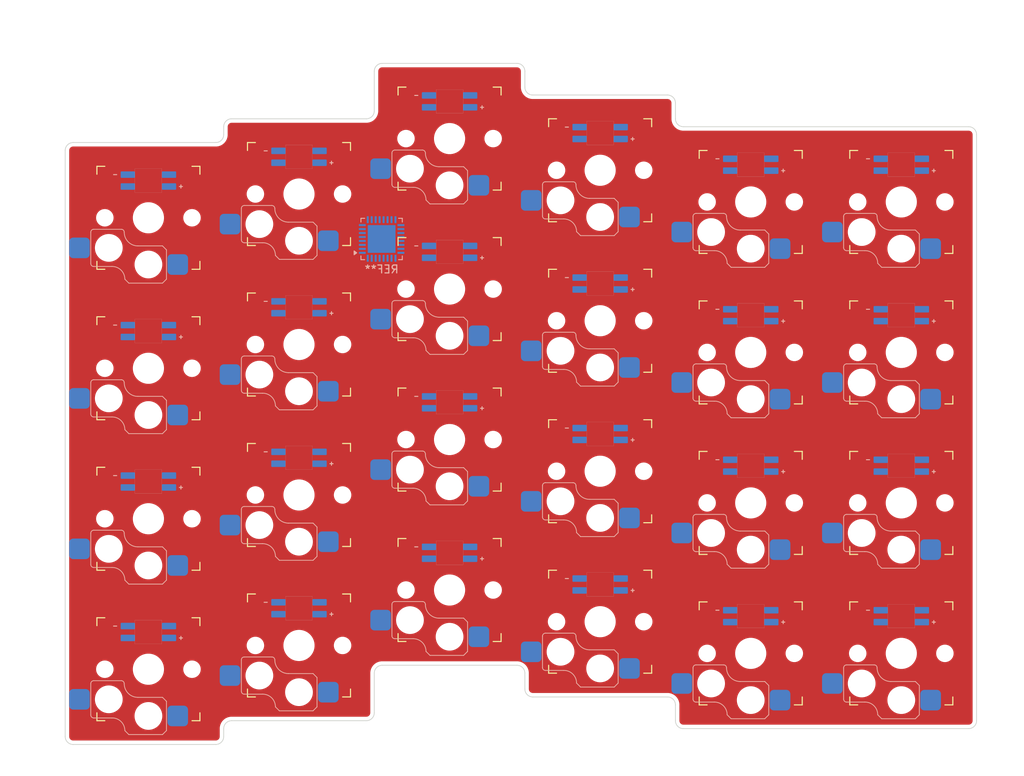
<source format=kicad_pcb>
(kicad_pcb (version 20241229) (generator "pcbnew") (generator_version "9.0")
  (layers (0 "F.Cu" signal) (2 "B.Cu" signal) (13 "F.Paste" user) (15 "B.Paste" user) (5 "F.SilkS" user "F.Silkscreen") (7 "B.SilkS" user "B.Silkscreen") (1 "F.Mask" user) (3 "B.Mask" user) (25 "Edge.Cuts" user))
  (net 0 "")
  (footprint "project_footprints:SW_Kailh_Choc_V1_HotSwap" (layer "F.Cu") (at 161.5 63.5)
    (property "Reference" "REF**" (hide yes))
    (property "Value" "SW_Kailh_Choc_V1_HotSwap" (hide yes))
    (pad "" np_thru_hole circle (at -5.5 0) (size 1.7018 1.7018) (drill 1.7018) (layers "*.Cu" "*.Mask"))
    (pad "" np_thru_hole circle (at -5 3.8) (size 3 3) (drill 3) (layers "*.Cu" "*.Mask"))
    (pad "" np_thru_hole circle (at 0 0) (size 3.429 3.429) (drill 3.429) (layers "*.Cu" "*.Mask"))
    (pad "" np_thru_hole circle (at 0 5.9) (size 3 3) (drill 3) (layers "*.Cu" "*.Mask"))
    (pad "" np_thru_hole circle (at 5.5 0) (size 1.7018 1.7018) (drill 1.7018) (layers "*.Cu" "*.Mask"))
    (pad "1" smd roundrect (at 3.7 5.9) (size 2.6 2.6) (layers "B.Cu" "B.Mask" "B.Paste") (roundrect_rratio 0.2))
    (pad "2" smd roundrect (at -8.7 3.8) (size 2.6 2.6) (layers "B.Cu" "B.Mask" "B.Paste") (roundrect_rratio 0.2))
  )
  (footprint "project_footprints:SW_Kailh_Choc_V1_HotSwap" (layer "F.Cu") (at 123.5 66.5)
    (property "Reference" "REF**" (hide yes))
    (property "Value" "SW_Kailh_Choc_V1_HotSwap" (hide yes))
    (pad "" np_thru_hole circle (at -5.5 0) (size 1.7018 1.7018) (drill 1.7018) (layers "*.Cu" "*.Mask"))
    (pad "" np_thru_hole circle (at -5 3.8) (size 3 3) (drill 3) (layers "*.Cu" "*.Mask"))
    (pad "" np_thru_hole circle (at 0 0) (size 3.429 3.429) (drill 3.429) (layers "*.Cu" "*.Mask"))
    (pad "" np_thru_hole circle (at 0 5.9) (size 3 3) (drill 3) (layers "*.Cu" "*.Mask"))
    (pad "" np_thru_hole circle (at 5.5 0) (size 1.7018 1.7018) (drill 1.7018) (layers "*.Cu" "*.Mask"))
    (pad "1" smd roundrect (at 3.7 5.9) (size 2.6 2.6) (layers "B.Cu" "B.Mask" "B.Paste") (roundrect_rratio 0.2))
    (pad "2" smd roundrect (at -8.7 3.8) (size 2.6 2.6) (layers "B.Cu" "B.Mask" "B.Paste") (roundrect_rratio 0.2))
  )
  (footprint "project_footprints:SW_Kailh_Choc_V1_HotSwap" (layer "F.Cu") (at 142.5 59.5)
    (property "Reference" "REF**" (hide yes))
    (property "Value" "SW_Kailh_Choc_V1_HotSwap" (hide yes))
    (pad "" np_thru_hole circle (at -5.5 0) (size 1.7018 1.7018) (drill 1.7018) (layers "*.Cu" "*.Mask"))
    (pad "" np_thru_hole circle (at -5 3.8) (size 3 3) (drill 3) (layers "*.Cu" "*.Mask"))
    (pad "" np_thru_hole circle (at 0 0) (size 3.429 3.429) (drill 3.429) (layers "*.Cu" "*.Mask"))
    (pad "" np_thru_hole circle (at 0 5.9) (size 3 3) (drill 3) (layers "*.Cu" "*.Mask"))
    (pad "" np_thru_hole circle (at 5.5 0) (size 1.7018 1.7018) (drill 1.7018) (layers "*.Cu" "*.Mask"))
    (pad "1" smd roundrect (at 3.7 5.9) (size 2.6 2.6) (layers "B.Cu" "B.Mask" "B.Paste") (roundrect_rratio 0.2))
    (pad "2" smd roundrect (at -8.7 3.8) (size 2.6 2.6) (layers "B.Cu" "B.Mask" "B.Paste") (roundrect_rratio 0.2))
  )
  (footprint "project_footprints:SW_Kailh_Choc_V1_HotSwap" (layer "F.Cu") (at 104.5 69.5)
    (property "Reference" "REF**" (hide yes))
    (property "Value" "SW_Kailh_Choc_V1_HotSwap" (hide yes))
    (pad "" np_thru_hole circle (at -5.5 0) (size 1.7018 1.7018) (drill 1.7018) (layers "*.Cu" "*.Mask"))
    (pad "" np_thru_hole circle (at -5 3.8) (size 3 3) (drill 3) (layers "*.Cu" "*.Mask"))
    (pad "" np_thru_hole circle (at 0 0) (size 3.429 3.429) (drill 3.429) (layers "*.Cu" "*.Mask"))
    (pad "" np_thru_hole circle (at 0 5.9) (size 3 3) (drill 3) (layers "*.Cu" "*.Mask"))
    (pad "" np_thru_hole circle (at 5.5 0) (size 1.7018 1.7018) (drill 1.7018) (layers "*.Cu" "*.Mask"))
    (pad "1" smd roundrect (at 3.7 5.9) (size 2.6 2.6) (layers "B.Cu" "B.Mask" "B.Paste") (roundrect_rratio 0.2))
    (pad "2" smd roundrect (at -8.7 3.8) (size 2.6 2.6) (layers "B.Cu" "B.Mask" "B.Paste") (roundrect_rratio 0.2))
  )
  (footprint "project_footprints:SW_Kailh_Choc_V1_HotSwap" (layer "F.Cu") (at 161.5 101.5)
    (property "Reference" "REF**" (hide yes))
    (property "Value" "SW_Kailh_Choc_V1_HotSwap" (hide yes))
    (pad "" np_thru_hole circle (at -5.5 0) (size 1.7018 1.7018) (drill 1.7018) (layers "*.Cu" "*.Mask"))
    (pad "" np_thru_hole circle (at -5 3.8) (size 3 3) (drill 3) (layers "*.Cu" "*.Mask"))
    (pad "" np_thru_hole circle (at 0 0) (size 3.429 3.429) (drill 3.429) (layers "*.Cu" "*.Mask"))
    (pad "" np_thru_hole circle (at 0 5.9) (size 3 3) (drill 3) (layers "*.Cu" "*.Mask"))
    (pad "" np_thru_hole circle (at 5.5 0) (size 1.7018 1.7018) (drill 1.7018) (layers "*.Cu" "*.Mask"))
    (pad "1" smd roundrect (at 3.7 5.9) (size 2.6 2.6) (layers "B.Cu" "B.Mask" "B.Paste") (roundrect_rratio 0.2))
    (pad "2" smd roundrect (at -8.7 3.8) (size 2.6 2.6) (layers "B.Cu" "B.Mask" "B.Paste") (roundrect_rratio 0.2))
  )
  (footprint "project_footprints:SW_Kailh_Choc_V1_HotSwap" (layer "F.Cu") (at 104.5 126.5)
    (property "Reference" "REF**" (hide yes))
    (property "Value" "SW_Kailh_Choc_V1_HotSwap" (hide yes))
    (pad "" np_thru_hole circle (at -5.5 0) (size 1.7018 1.7018) (drill 1.7018) (layers "*.Cu" "*.Mask"))
    (pad "" np_thru_hole circle (at -5 3.8) (size 3 3) (drill 3) (layers "*.Cu" "*.Mask"))
    (pad "" np_thru_hole circle (at 0 0) (size 3.429 3.429) (drill 3.429) (layers "*.Cu" "*.Mask"))
    (pad "" np_thru_hole circle (at 0 5.9) (size 3 3) (drill 3) (layers "*.Cu" "*.Mask"))
    (pad "" np_thru_hole circle (at 5.5 0) (size 1.7018 1.7018) (drill 1.7018) (layers "*.Cu" "*.Mask"))
    (pad "1" smd roundrect (at 3.7 5.9) (size 2.6 2.6) (layers "B.Cu" "B.Mask" "B.Paste") (roundrect_rratio 0.2))
    (pad "2" smd roundrect (at -8.7 3.8) (size 2.6 2.6) (layers "B.Cu" "B.Mask" "B.Paste") (roundrect_rratio 0.2))
  )
  (footprint "project_footprints:SW_Kailh_Choc_V1_HotSwap" (layer "F.Cu") (at 104.5 88.5)
    (property "Reference" "REF**" (hide yes))
    (property "Value" "SW_Kailh_Choc_V1_HotSwap" (hide yes))
    (pad "" np_thru_hole circle (at -5.5 0) (size 1.7018 1.7018) (drill 1.7018) (layers "*.Cu" "*.Mask"))
    (pad "" np_thru_hole circle (at -5 3.8) (size 3 3) (drill 3) (layers "*.Cu" "*.Mask"))
    (pad "" np_thru_hole circle (at 0 0) (size 3.429 3.429) (drill 3.429) (layers "*.Cu" "*.Mask"))
    (pad "" np_thru_hole circle (at 0 5.9) (size 3 3) (drill 3) (layers "*.Cu" "*.Mask"))
    (pad "" np_thru_hole circle (at 5.5 0) (size 1.7018 1.7018) (drill 1.7018) (layers "*.Cu" "*.Mask"))
    (pad "1" smd roundrect (at 3.7 5.9) (size 2.6 2.6) (layers "B.Cu" "B.Mask" "B.Paste") (roundrect_rratio 0.2))
    (pad "2" smd roundrect (at -8.7 3.8) (size 2.6 2.6) (layers "B.Cu" "B.Mask" "B.Paste") (roundrect_rratio 0.2))
  )
  (footprint "project_footprints:SW_Kailh_Choc_V1_HotSwap" (layer "F.Cu") (at 199.5 124.5)
    (property "Reference" "REF**" (hide yes))
    (property "Value" "SW_Kailh_Choc_V1_HotSwap" (hide yes))
    (pad "" np_thru_hole circle (at -5.5 0) (size 1.7018 1.7018) (drill 1.7018) (layers "*.Cu" "*.Mask"))
    (pad "" np_thru_hole circle (at -5 3.8) (size 3 3) (drill 3) (layers "*.Cu" "*.Mask"))
    (pad "" np_thru_hole circle (at 0 0) (size 3.429 3.429) (drill 3.429) (layers "*.Cu" "*.Mask"))
    (pad "" np_thru_hole circle (at 0 5.9) (size 3 3) (drill 3) (layers "*.Cu" "*.Mask"))
    (pad "" np_thru_hole circle (at 5.5 0) (size 1.7018 1.7018) (drill 1.7018) (layers "*.Cu" "*.Mask"))
    (pad "1" smd roundrect (at 3.7 5.9) (size 2.6 2.6) (layers "B.Cu" "B.Mask" "B.Paste") (roundrect_rratio 0.2))
    (pad "2" smd roundrect (at -8.7 3.8) (size 2.6 2.6) (layers "B.Cu" "B.Mask" "B.Paste") (roundrect_rratio 0.2))
  )
  (footprint "project_footprints:SW_Kailh_Choc_V1_HotSwap" (layer "F.Cu") (at 180.5 86.5)
    (property "Reference" "REF**" (hide yes))
    (property "Value" "SW_Kailh_Choc_V1_HotSwap" (hide yes))
    (pad "" np_thru_hole circle (at -5.5 0) (size 1.7018 1.7018) (drill 1.7018) (layers "*.Cu" "*.Mask"))
    (pad "" np_thru_hole circle (at -5 3.8) (size 3 3) (drill 3) (layers "*.Cu" "*.Mask"))
    (pad "" np_thru_hole circle (at 0 0) (size 3.429 3.429) (drill 3.429) (layers "*.Cu" "*.Mask"))
    (pad "" np_thru_hole circle (at 0 5.9) (size 3 3) (drill 3) (layers "*.Cu" "*.Mask"))
    (pad "" np_thru_hole circle (at 5.5 0) (size 1.7018 1.7018) (drill 1.7018) (layers "*.Cu" "*.Mask"))
    (pad "1" smd roundrect (at 3.7 5.9) (size 2.6 2.6) (layers "B.Cu" "B.Mask" "B.Paste") (roundrect_rratio 0.2))
    (pad "2" smd roundrect (at -8.7 3.8) (size 2.6 2.6) (layers "B.Cu" "B.Mask" "B.Paste") (roundrect_rratio 0.2))
  )
  (footprint "project_footprints:SW_Kailh_Choc_V1_HotSwap" (layer "F.Cu") (at 142.5 116.5)
    (property "Reference" "REF**" (hide yes))
    (property "Value" "SW_Kailh_Choc_V1_HotSwap" (hide yes))
    (pad "" np_thru_hole circle (at -5.5 0) (size 1.7018 1.7018) (drill 1.7018) (layers "*.Cu" "*.Mask"))
    (pad "" np_thru_hole circle (at -5 3.8) (size 3 3) (drill 3) (layers "*.Cu" "*.Mask"))
    (pad "" np_thru_hole circle (at 0 0) (size 3.429 3.429) (drill 3.429) (layers "*.Cu" "*.Mask"))
    (pad "" np_thru_hole circle (at 0 5.9) (size 3 3) (drill 3) (layers "*.Cu" "*.Mask"))
    (pad "" np_thru_hole circle (at 5.5 0) (size 1.7018 1.7018) (drill 1.7018) (layers "*.Cu" "*.Mask"))
    (pad "1" smd roundrect (at 3.7 5.9) (size 2.6 2.6) (layers "B.Cu" "B.Mask" "B.Paste") (roundrect_rratio 0.2))
    (pad "2" smd roundrect (at -8.7 3.8) (size 2.6 2.6) (layers "B.Cu" "B.Mask" "B.Paste") (roundrect_rratio 0.2))
  )
  (footprint "project_footprints:SW_Kailh_Choc_V1_HotSwap" (layer "F.Cu") (at 123.5 104.5)
    (property "Reference" "REF**" (hide yes))
    (property "Value" "SW_Kailh_Choc_V1_HotSwap" (hide yes))
    (pad "" np_thru_hole circle (at -5.5 0) (size 1.7018 1.7018) (drill 1.7018) (layers "*.Cu" "*.Mask"))
    (pad "" np_thru_hole circle (at -5 3.8) (size 3 3) (drill 3) (layers "*.Cu" "*.Mask"))
    (pad "" np_thru_hole circle (at 0 0) (size 3.429 3.429) (drill 3.429) (layers "*.Cu" "*.Mask"))
    (pad "" np_thru_hole circle (at 0 5.9) (size 3 3) (drill 3) (layers "*.Cu" "*.Mask"))
    (pad "" np_thru_hole circle (at 5.5 0) (size 1.7018 1.7018) (drill 1.7018) (layers "*.Cu" "*.Mask"))
    (pad "1" smd roundrect (at 3.7 5.9) (size 2.6 2.6) (layers "B.Cu" "B.Mask" "B.Paste") (roundrect_rratio 0.2))
    (pad "2" smd roundrect (at -8.7 3.8) (size 2.6 2.6) (layers "B.Cu" "B.Mask" "B.Paste") (roundrect_rratio 0.2))
  )
  (footprint "project_footprints:SW_Kailh_Choc_V1_HotSwap" (layer "F.Cu") (at 180.5 124.5)
    (property "Reference" "REF**" (hide yes))
    (property "Value" "SW_Kailh_Choc_V1_HotSwap" (hide yes))
    (pad "" np_thru_hole circle (at -5.5 0) (size 1.7018 1.7018) (drill 1.7018) (layers "*.Cu" "*.Mask"))
    (pad "" np_thru_hole circle (at -5 3.8) (size 3 3) (drill 3) (layers "*.Cu" "*.Mask"))
    (pad "" np_thru_hole circle (at 0 0) (size 3.429 3.429) (drill 3.429) (layers "*.Cu" "*.Mask"))
    (pad "" np_thru_hole circle (at 0 5.9) (size 3 3) (drill 3) (layers "*.Cu" "*.Mask"))
    (pad "" np_thru_hole circle (at 5.5 0) (size 1.7018 1.7018) (drill 1.7018) (layers "*.Cu" "*.Mask"))
    (pad "1" smd roundrect (at 3.7 5.9) (size 2.6 2.6) (layers "B.Cu" "B.Mask" "B.Paste") (roundrect_rratio 0.2))
    (pad "2" smd roundrect (at -8.7 3.8) (size 2.6 2.6) (layers "B.Cu" "B.Mask" "B.Paste") (roundrect_rratio 0.2))
  )
  (footprint "project_footprints:SW_Kailh_Choc_V1_HotSwap" (layer "F.Cu") (at 199.5 105.5)
    (property "Reference" "REF**" (hide yes))
    (property "Value" "SW_Kailh_Choc_V1_HotSwap" (hide yes))
    (pad "" np_thru_hole circle (at -5.5 0) (size 1.7018 1.7018) (drill 1.7018) (layers "*.Cu" "*.Mask"))
    (pad "" np_thru_hole circle (at -5 3.8) (size 3 3) (drill 3) (layers "*.Cu" "*.Mask"))
    (pad "" np_thru_hole circle (at 0 0) (size 3.429 3.429) (drill 3.429) (layers "*.Cu" "*.Mask"))
    (pad "" np_thru_hole circle (at 0 5.9) (size 3 3) (drill 3) (layers "*.Cu" "*.Mask"))
    (pad "" np_thru_hole circle (at 5.5 0) (size 1.7018 1.7018) (drill 1.7018) (layers "*.Cu" "*.Mask"))
    (pad "1" smd roundrect (at 3.7 5.9) (size 2.6 2.6) (layers "B.Cu" "B.Mask" "B.Paste") (roundrect_rratio 0.2))
    (pad "2" smd roundrect (at -8.7 3.8) (size 2.6 2.6) (layers "B.Cu" "B.Mask" "B.Paste") (roundrect_rratio 0.2))
  )
  (footprint "project_footprints:SW_Kailh_Choc_V1_HotSwap" (layer "F.Cu") (at 123.5 123.5)
    (property "Reference" "REF**" (hide yes))
    (property "Value" "SW_Kailh_Choc_V1_HotSwap" (hide yes))
    (pad "" np_thru_hole circle (at -5.5 0) (size 1.7018 1.7018) (drill 1.7018) (layers "*.Cu" "*.Mask"))
    (pad "" np_thru_hole circle (at -5 3.8) (size 3 3) (drill 3) (layers "*.Cu" "*.Mask"))
    (pad "" np_thru_hole circle (at 0 0) (size 3.429 3.429) (drill 3.429) (layers "*.Cu" "*.Mask"))
    (pad "" np_thru_hole circle (at 0 5.9) (size 3 3) (drill 3) (layers "*.Cu" "*.Mask"))
    (pad "" np_thru_hole circle (at 5.5 0) (size 1.7018 1.7018) (drill 1.7018) (layers "*.Cu" "*.Mask"))
    (pad "1" smd roundrect (at 3.7 5.9) (size 2.6 2.6) (layers "B.Cu" "B.Mask" "B.Paste") (roundrect_rratio 0.2))
    (pad "2" smd roundrect (at -8.7 3.8) (size 2.6 2.6) (layers "B.Cu" "B.Mask" "B.Paste") (roundrect_rratio 0.2))
  )
  (footprint "project_footprints:SW_Kailh_Choc_V1_HotSwap" (layer "F.Cu") (at 180.5 105.5)
    (property "Reference" "REF**" (hide yes))
    (property "Value" "SW_Kailh_Choc_V1_HotSwap" (hide yes))
    (pad "" np_thru_hole circle (at -5.5 0) (size 1.7018 1.7018) (drill 1.7018) (layers "*.Cu" "*.Mask"))
    (pad "" np_thru_hole circle (at -5 3.8) (size 3 3) (drill 3) (layers "*.Cu" "*.Mask"))
    (pad "" np_thru_hole circle (at 0 0) (size 3.429 3.429) (drill 3.429) (layers "*.Cu" "*.Mask"))
    (pad "" np_thru_hole circle (at 0 5.9) (size 3 3) (drill 3) (layers "*.Cu" "*.Mask"))
    (pad "" np_thru_hole circle (at 5.5 0) (size 1.7018 1.7018) (drill 1.7018) (layers "*.Cu" "*.Mask"))
    (pad "1" smd roundrect (at 3.7 5.9) (size 2.6 2.6) (layers "B.Cu" "B.Mask" "B.Paste") (roundrect_rratio 0.2))
    (pad "2" smd roundrect (at -8.7 3.8) (size 2.6 2.6) (layers "B.Cu" "B.Mask" "B.Paste") (roundrect_rratio 0.2))
  )
  (footprint "project_footprints:SW_Kailh_Choc_V1_HotSwap" (layer "F.Cu") (at 180.5 67.5)
    (property "Reference" "REF**" (hide yes))
    (property "Value" "SW_Kailh_Choc_V1_HotSwap" (hide yes))
    (pad "" np_thru_hole circle (at -5.5 0) (size 1.7018 1.7018) (drill 1.7018) (layers "*.Cu" "*.Mask"))
    (pad "" np_thru_hole circle (at -5 3.8) (size 3 3) (drill 3) (layers "*.Cu" "*.Mask"))
    (pad "" np_thru_hole circle (at 0 0) (size 3.429 3.429) (drill 3.429) (layers "*.Cu" "*.Mask"))
    (pad "" np_thru_hole circle (at 0 5.9) (size 3 3) (drill 3) (layers "*.Cu" "*.Mask"))
    (pad "" np_thru_hole circle (at 5.5 0) (size 1.7018 1.7018) (drill 1.7018) (layers "*.Cu" "*.Mask"))
    (pad "1" smd roundrect (at 3.7 5.9) (size 2.6 2.6) (layers "B.Cu" "B.Mask" "B.Paste") (roundrect_rratio 0.2))
    (pad "2" smd roundrect (at -8.7 3.8) (size 2.6 2.6) (layers "B.Cu" "B.Mask" "B.Paste") (roundrect_rratio 0.2))
  )
  (footprint "project_footprints:SW_Kailh_Choc_V1_HotSwap" (layer "F.Cu") (at 142.5 78.5)
    (property "Reference" "REF**" (hide yes))
    (property "Value" "SW_Kailh_Choc_V1_HotSwap" (hide yes))
    (pad "" np_thru_hole circle (at -5.5 0) (size 1.7018 1.7018) (drill 1.7018) (layers "*.Cu" "*.Mask"))
    (pad "" np_thru_hole circle (at -5 3.8) (size 3 3) (drill 3) (layers "*.Cu" "*.Mask"))
    (pad "" np_thru_hole circle (at 0 0) (size 3.429 3.429) (drill 3.429) (layers "*.Cu" "*.Mask"))
    (pad "" np_thru_hole circle (at 0 5.9) (size 3 3) (drill 3) (layers "*.Cu" "*.Mask"))
    (pad "" np_thru_hole circle (at 5.5 0) (size 1.7018 1.7018) (drill 1.7018) (layers "*.Cu" "*.Mask"))
    (pad "1" smd roundrect (at 3.7 5.9) (size 2.6 2.6) (layers "B.Cu" "B.Mask" "B.Paste") (roundrect_rratio 0.2))
    (pad "2" smd roundrect (at -8.7 3.8) (size 2.6 2.6) (layers "B.Cu" "B.Mask" "B.Paste") (roundrect_rratio 0.2))
  )
  (footprint "project_footprints:SW_Kailh_Choc_V1_HotSwap" (layer "F.Cu") (at 199.5 67.5)
    (property "Reference" "REF**" (hide yes))
    (property "Value" "SW_Kailh_Choc_V1_HotSwap" (hide yes))
    (pad "" np_thru_hole circle (at -5.5 0) (size 1.7018 1.7018) (drill 1.7018) (layers "*.Cu" "*.Mask"))
    (pad "" np_thru_hole circle (at -5 3.8) (size 3 3) (drill 3) (layers "*.Cu" "*.Mask"))
    (pad "" np_thru_hole circle (at 0 0) (size 3.429 3.429) (drill 3.429) (layers "*.Cu" "*.Mask"))
    (pad "" np_thru_hole circle (at 0 5.9) (size 3 3) (drill 3) (layers "*.Cu" "*.Mask"))
    (pad "" np_thru_hole circle (at 5.5 0) (size 1.7018 1.7018) (drill 1.7018) (layers "*.Cu" "*.Mask"))
    (pad "1" smd roundrect (at 3.7 5.9) (size 2.6 2.6) (layers "B.Cu" "B.Mask" "B.Paste") (roundrect_rratio 0.2))
    (pad "2" smd roundrect (at -8.7 3.8) (size 2.6 2.6) (layers "B.Cu" "B.Mask" "B.Paste") (roundrect_rratio 0.2))
  )
  (footprint "project_footprints:SW_Kailh_Choc_V1_HotSwap" (layer "F.Cu") (at 142.5 97.5)
    (property "Reference" "REF**" (hide yes))
    (property "Value" "SW_Kailh_Choc_V1_HotSwap" (hide yes))
    (pad "" np_thru_hole circle (at -5.5 0) (size 1.7018 1.7018) (drill 1.7018) (layers "*.Cu" "*.Mask"))
    (pad "" np_thru_hole circle (at -5 3.8) (size 3 3) (drill 3) (layers "*.Cu" "*.Mask"))
    (pad "" np_thru_hole circle (at 0 0) (size 3.429 3.429) (drill 3.429) (layers "*.Cu" "*.Mask"))
    (pad "" np_thru_hole circle (at 0 5.9) (size 3 3) (drill 3) (layers "*.Cu" "*.Mask"))
    (pad "" np_thru_hole circle (at 5.5 0) (size 1.7018 1.7018) (drill 1.7018) (layers "*.Cu" "*.Mask"))
    (pad "1" smd roundrect (at 3.7 5.9) (size 2.6 2.6) (layers "B.Cu" "B.Mask" "B.Paste") (roundrect_rratio 0.2))
    (pad "2" smd roundrect (at -8.7 3.8) (size 2.6 2.6) (layers "B.Cu" "B.Mask" "B.Paste") (roundrect_rratio 0.2))
  )
  (footprint "project_footprints:SW_Kailh_Choc_V1_HotSwap" (layer "F.Cu") (at 161.5 82.5)
    (property "Reference" "REF**" (hide yes))
    (property "Value" "SW_Kailh_Choc_V1_HotSwap" (hide yes))
    (pad "" np_thru_hole circle (at -5.5 0) (size 1.7018 1.7018) (drill 1.7018) (layers "*.Cu" "*.Mask"))
    (pad "" np_thru_hole circle (at -5 3.8) (size 3 3) (drill 3) (layers "*.Cu" "*.Mask"))
    (pad "" np_thru_hole circle (at 0 0) (size 3.429 3.429) (drill 3.429) (layers "*.Cu" "*.Mask"))
    (pad "" np_thru_hole circle (at 0 5.9) (size 3 3) (drill 3) (layers "*.Cu" "*.Mask"))
    (pad "" np_thru_hole circle (at 5.5 0) (size 1.7018 1.7018) (drill 1.7018) (layers "*.Cu" "*.Mask"))
    (pad "1" smd roundrect (at 3.7 5.9) (size 2.6 2.6) (layers "B.Cu" "B.Mask" "B.Paste") (roundrect_rratio 0.2))
    (pad "2" smd roundrect (at -8.7 3.8) (size 2.6 2.6) (layers "B.Cu" "B.Mask" "B.Paste") (roundrect_rratio 0.2))
  )
  (footprint "project_footprints:SW_Kailh_Choc_V1_HotSwap" (layer "F.Cu") (at 199.5 86.5)
    (property "Reference" "REF**" (hide yes))
    (property "Value" "SW_Kailh_Choc_V1_HotSwap" (hide yes))
    (pad "" np_thru_hole circle (at -5.5 0) (size 1.7018 1.7018) (drill 1.7018) (layers "*.Cu" "*.Mask"))
    (pad "" np_thru_hole circle (at -5 3.8) (size 3 3) (drill 3) (layers "*.Cu" "*.Mask"))
    (pad "" np_thru_hole circle (at 0 0) (size 3.429 3.429) (drill 3.429) (layers "*.Cu" "*.Mask"))
    (pad "" np_thru_hole circle (at 0 5.9) (size 3 3) (drill 3) (layers "*.Cu" "*.Mask"))
    (pad "" np_thru_hole circle (at 5.5 0) (size 1.7018 1.7018) (drill 1.7018) (layers "*.Cu" "*.Mask"))
    (pad "1" smd roundrect (at 3.7 5.9) (size 2.6 2.6) (layers "B.Cu" "B.Mask" "B.Paste") (roundrect_rratio 0.2))
    (pad "2" smd roundrect (at -8.7 3.8) (size 2.6 2.6) (layers "B.Cu" "B.Mask" "B.Paste") (roundrect_rratio 0.2))
  )
  (footprint "project_footprints:SW_Kailh_Choc_V1_HotSwap" (layer "F.Cu") (at 104.5 107.5)
    (property "Reference" "REF**" (hide yes))
    (property "Value" "SW_Kailh_Choc_V1_HotSwap" (hide yes))
    (pad "" np_thru_hole circle (at -5.5 0) (size 1.7018 1.7018) (drill 1.7018) (layers "*.Cu" "*.Mask"))
    (pad "" np_thru_hole circle (at -5 3.8) (size 3 3) (drill 3) (layers "*.Cu" "*.Mask"))
    (pad "" np_thru_hole circle (at 0 0) (size 3.429 3.429) (drill 3.429) (layers "*.Cu" "*.Mask"))
    (pad "" np_thru_hole circle (at 0 5.9) (size 3 3) (drill 3) (layers "*.Cu" "*.Mask"))
    (pad "" np_thru_hole circle (at 5.5 0) (size 1.7018 1.7018) (drill 1.7018) (layers "*.Cu" "*.Mask"))
    (pad "1" smd roundrect (at 3.7 5.9) (size 2.6 2.6) (layers "B.Cu" "B.Mask" "B.Paste") (roundrect_rratio 0.2))
    (pad "2" smd roundrect (at -8.7 3.8) (size 2.6 2.6) (layers "B.Cu" "B.Mask" "B.Paste") (roundrect_rratio 0.2))
  )
  (footprint "project_footprints:SW_Kailh_Choc_V1_HotSwap" (layer "F.Cu") (at 161.5 120.5)
    (property "Reference" "REF**" (hide yes))
    (property "Value" "SW_Kailh_Choc_V1_HotSwap" (hide yes))
    (pad "" np_thru_hole circle (at -5.5 0) (size 1.7018 1.7018) (drill 1.7018) (layers "*.Cu" "*.Mask"))
    (pad "" np_thru_hole circle (at -5 3.8) (size 3 3) (drill 3) (layers "*.Cu" "*.Mask"))
    (pad "" np_thru_hole circle (at 0 0) (size 3.429 3.429) (drill 3.429) (layers "*.Cu" "*.Mask"))
    (pad "" np_thru_hole circle (at 0 5.9) (size 3 3) (drill 3) (layers "*.Cu" "*.Mask"))
    (pad "" np_thru_hole circle (at 5.5 0) (size 1.7018 1.7018) (drill 1.7018) (layers "*.Cu" "*.Mask"))
    (pad "1" smd roundrect (at 3.7 5.9) (size 2.6 2.6) (layers "B.Cu" "B.Mask" "B.Paste") (roundrect_rratio 0.2))
    (pad "2" smd roundrect (at -8.7 3.8) (size 2.6 2.6) (layers "B.Cu" "B.Mask" "B.Paste") (roundrect_rratio 0.2))
  )
  (footprint "project_footprints:SW_Kailh_Choc_V1_HotSwap" (layer "F.Cu") (at 123.5 85.5)
    (property "Reference" "REF**" (hide yes))
    (property "Value" "SW_Kailh_Choc_V1_HotSwap" (hide yes))
    (pad "" np_thru_hole circle (at -5.5 0) (size 1.7018 1.7018) (drill 1.7018) (layers "*.Cu" "*.Mask"))
    (pad "" np_thru_hole circle (at -5 3.8) (size 3 3) (drill 3) (layers "*.Cu" "*.Mask"))
    (pad "" np_thru_hole circle (at 0 0) (size 3.429 3.429) (drill 3.429) (layers "*.Cu" "*.Mask"))
    (pad "" np_thru_hole circle (at 0 5.9) (size 3 3) (drill 3) (layers "*.Cu" "*.Mask"))
    (pad "" np_thru_hole circle (at 5.5 0) (size 1.7018 1.7018) (drill 1.7018) (layers "*.Cu" "*.Mask"))
    (pad "1" smd roundrect (at 3.7 5.9) (size 2.6 2.6) (layers "B.Cu" "B.Mask" "B.Paste") (roundrect_rratio 0.2))
    (pad "2" smd roundrect (at -8.7 3.8) (size 2.6 2.6) (layers "B.Cu" "B.Mask" "B.Paste") (roundrect_rratio 0.2))
  )
  (footprint "project_footprints:sk6812-e" (layer "B.Cu") (at 161.5 58.8)
    (property "Reference" "REF**" (hide yes))
    (property "Value" "${REFERENCE}")
    (fp_line (start -1.7 -1.5) (end -1.7 1.5) (stroke (width 0.01)) (layer "Edge.Cuts"))
    (fp_line (start -1.7 1.5) (end 1.7 1.5) (stroke (width 0.01)) (layer "Edge.Cuts"))
    (fp_line (start 1.7 -1.5) (end -1.7 -1.5) (stroke (width 0.01)) (layer "Edge.Cuts"))
    (fp_line (start 1.7 1.5) (end 1.7 -1.5) (stroke (width 0.01)) (layer "Edge.Cuts"))
    (pad "1" smd roundrect (at 2.6 0.75) (size 1.8 0.82) (layers "B.Cu" "B.Mask" "B.Paste") (roundrect_rratio 0.1219512195))
    (pad "2" smd roundrect (at 2.6 -0.75) (size 1.8 0.82) (layers "B.Cu" "B.Mask" "B.Paste") (roundrect_rratio 0.1219512195))
    (pad "3" smd roundrect (at -2.6 -0.75) (size 1.8 0.82) (layers "B.Cu" "B.Mask" "B.Paste") (roundrect_rratio 0.1219512195))
    (pad "4" smd roundrect (at -2.6 0.75) (size 1.8 0.82) (layers "B.Cu" "B.Mask" "B.Paste") (roundrect_rratio 0.1219512195))
  )
  (footprint "project_footprints:sk6812-e" (layer "B.Cu") (at 104.5 64.8)
    (property "Reference" "REF**" (hide yes))
    (property "Value" "${REFERENCE}")
    (fp_line (start -1.7 -1.5) (end -1.7 1.5) (stroke (width 0.01)) (layer "Edge.Cuts"))
    (fp_line (start -1.7 1.5) (end 1.7 1.5) (stroke (width 0.01)) (layer "Edge.Cuts"))
    (fp_line (start 1.7 -1.5) (end -1.7 -1.5) (stroke (width 0.01)) (layer "Edge.Cuts"))
    (fp_line (start 1.7 1.5) (end 1.7 -1.5) (stroke (width 0.01)) (layer "Edge.Cuts"))
    (pad "1" smd roundrect (at 2.6 0.75) (size 1.8 0.82) (layers "B.Cu" "B.Mask" "B.Paste") (roundrect_rratio 0.1219512195))
    (pad "2" smd roundrect (at 2.6 -0.75) (size 1.8 0.82) (layers "B.Cu" "B.Mask" "B.Paste") (roundrect_rratio 0.1219512195))
    (pad "3" smd roundrect (at -2.6 -0.75) (size 1.8 0.82) (layers "B.Cu" "B.Mask" "B.Paste") (roundrect_rratio 0.1219512195))
    (pad "4" smd roundrect (at -2.6 0.75) (size 1.8 0.82) (layers "B.Cu" "B.Mask" "B.Paste") (roundrect_rratio 0.1219512195))
  )
  (footprint "project_footprints:sk6812-e" (layer "B.Cu") (at 123.5 61.8)
    (property "Reference" "REF**" (hide yes))
    (property "Value" "${REFERENCE}")
    (fp_line (start -1.7 -1.5) (end -1.7 1.5) (stroke (width 0.01)) (layer "Edge.Cuts"))
    (fp_line (start -1.7 1.5) (end 1.7 1.5) (stroke (width 0.01)) (layer "Edge.Cuts"))
    (fp_line (start 1.7 -1.5) (end -1.7 -1.5) (stroke (width 0.01)) (layer "Edge.Cuts"))
    (fp_line (start 1.7 1.5) (end 1.7 -1.5) (stroke (width 0.01)) (layer "Edge.Cuts"))
    (pad "1" smd roundrect (at 2.6 0.75) (size 1.8 0.82) (layers "B.Cu" "B.Mask" "B.Paste") (roundrect_rratio 0.1219512195))
    (pad "2" smd roundrect (at 2.6 -0.75) (size 1.8 0.82) (layers "B.Cu" "B.Mask" "B.Paste") (roundrect_rratio 0.1219512195))
    (pad "3" smd roundrect (at -2.6 -0.75) (size 1.8 0.82) (layers "B.Cu" "B.Mask" "B.Paste") (roundrect_rratio 0.1219512195))
    (pad "4" smd roundrect (at -2.6 0.75) (size 1.8 0.82) (layers "B.Cu" "B.Mask" "B.Paste") (roundrect_rratio 0.1219512195))
  )
  (footprint "project_footprints:sk6812-e" (layer "B.Cu") (at 161.5 96.8)
    (property "Reference" "REF**" (hide yes))
    (property "Value" "${REFERENCE}")
    (fp_line (start -1.7 -1.5) (end -1.7 1.5) (stroke (width 0.01)) (layer "Edge.Cuts"))
    (fp_line (start -1.7 1.5) (end 1.7 1.5) (stroke (width 0.01)) (layer "Edge.Cuts"))
    (fp_line (start 1.7 -1.5) (end -1.7 -1.5) (stroke (width 0.01)) (layer "Edge.Cuts"))
    (fp_line (start 1.7 1.5) (end 1.7 -1.5) (stroke (width 0.01)) (layer "Edge.Cuts"))
    (pad "1" smd roundrect (at 2.6 0.75) (size 1.8 0.82) (layers "B.Cu" "B.Mask" "B.Paste") (roundrect_rratio 0.1219512195))
    (pad "2" smd roundrect (at 2.6 -0.75) (size 1.8 0.82) (layers "B.Cu" "B.Mask" "B.Paste") (roundrect_rratio 0.1219512195))
    (pad "3" smd roundrect (at -2.6 -0.75) (size 1.8 0.82) (layers "B.Cu" "B.Mask" "B.Paste") (roundrect_rratio 0.1219512195))
    (pad "4" smd roundrect (at -2.6 0.75) (size 1.8 0.82) (layers "B.Cu" "B.Mask" "B.Paste") (roundrect_rratio 0.1219512195))
  )
  (footprint "project_footprints:sk6812-e" (layer "B.Cu") (at 142.5 73.8)
    (property "Reference" "REF**" (hide yes))
    (property "Value" "${REFERENCE}")
    (fp_line (start -1.7 -1.5) (end -1.7 1.5) (stroke (width 0.01)) (layer "Edge.Cuts"))
    (fp_line (start -1.7 1.5) (end 1.7 1.5) (stroke (width 0.01)) (layer "Edge.Cuts"))
    (fp_line (start 1.7 -1.5) (end -1.7 -1.5) (stroke (width 0.01)) (layer "Edge.Cuts"))
    (fp_line (start 1.7 1.5) (end 1.7 -1.5) (stroke (width 0.01)) (layer "Edge.Cuts"))
    (pad "1" smd roundrect (at 2.6 0.75) (size 1.8 0.82) (layers "B.Cu" "B.Mask" "B.Paste") (roundrect_rratio 0.1219512195))
    (pad "2" smd roundrect (at 2.6 -0.75) (size 1.8 0.82) (layers "B.Cu" "B.Mask" "B.Paste") (roundrect_rratio 0.1219512195))
    (pad "3" smd roundrect (at -2.6 -0.75) (size 1.8 0.82) (layers "B.Cu" "B.Mask" "B.Paste") (roundrect_rratio 0.1219512195))
    (pad "4" smd roundrect (at -2.6 0.75) (size 1.8 0.82) (layers "B.Cu" "B.Mask" "B.Paste") (roundrect_rratio 0.1219512195))
  )
  (footprint "project_footprints:sk6812-e" (layer "B.Cu") (at 180.5 119.8)
    (property "Reference" "REF**" (hide yes))
    (property "Value" "${REFERENCE}")
    (fp_line (start -1.7 -1.5) (end -1.7 1.5) (stroke (width 0.01)) (layer "Edge.Cuts"))
    (fp_line (start -1.7 1.5) (end 1.7 1.5) (stroke (width 0.01)) (layer "Edge.Cuts"))
    (fp_line (start 1.7 -1.5) (end -1.7 -1.5) (stroke (width 0.01)) (layer "Edge.Cuts"))
    (fp_line (start 1.7 1.5) (end 1.7 -1.5) (stroke (width 0.01)) (layer "Edge.Cuts"))
    (pad "1" smd roundrect (at 2.6 0.75) (size 1.8 0.82) (layers "B.Cu" "B.Mask" "B.Paste") (roundrect_rratio 0.1219512195))
    (pad "2" smd roundrect (at 2.6 -0.75) (size 1.8 0.82) (layers "B.Cu" "B.Mask" "B.Paste") (roundrect_rratio 0.1219512195))
    (pad "3" smd roundrect (at -2.6 -0.75) (size 1.8 0.82) (layers "B.Cu" "B.Mask" "B.Paste") (roundrect_rratio 0.1219512195))
    (pad "4" smd roundrect (at -2.6 0.75) (size 1.8 0.82) (layers "B.Cu" "B.Mask" "B.Paste") (roundrect_rratio 0.1219512195))
  )
  (footprint "project_footprints:sk6812-e" (layer "B.Cu") (at 161.5 115.8)
    (property "Reference" "REF**" (hide yes))
    (property "Value" "${REFERENCE}")
    (fp_line (start -1.7 -1.5) (end -1.7 1.5) (stroke (width 0.01)) (layer "Edge.Cuts"))
    (fp_line (start -1.7 1.5) (end 1.7 1.5) (stroke (width 0.01)) (layer "Edge.Cuts"))
    (fp_line (start 1.7 -1.5) (end -1.7 -1.5) (stroke (width 0.01)) (layer "Edge.Cuts"))
    (fp_line (start 1.7 1.5) (end 1.7 -1.5) (stroke (width 0.01)) (layer "Edge.Cuts"))
    (pad "1" smd roundrect (at 2.6 0.75) (size 1.8 0.82) (layers "B.Cu" "B.Mask" "B.Paste") (roundrect_rratio 0.1219512195))
    (pad "2" smd roundrect (at 2.6 -0.75) (size 1.8 0.82) (layers "B.Cu" "B.Mask" "B.Paste") (roundrect_rratio 0.1219512195))
    (pad "3" smd roundrect (at -2.6 -0.75) (size 1.8 0.82) (layers "B.Cu" "B.Mask" "B.Paste") (roundrect_rratio 0.1219512195))
    (pad "4" smd roundrect (at -2.6 0.75) (size 1.8 0.82) (layers "B.Cu" "B.Mask" "B.Paste") (roundrect_rratio 0.1219512195))
  )
  (footprint "project_footprints:sk6812-e" (layer "B.Cu") (at 104.5 121.8)
    (property "Reference" "REF**" (hide yes))
    (property "Value" "${REFERENCE}")
    (fp_line (start -1.7 -1.5) (end -1.7 1.5) (stroke (width 0.01)) (layer "Edge.Cuts"))
    (fp_line (start -1.7 1.5) (end 1.7 1.5) (stroke (width 0.01)) (layer "Edge.Cuts"))
    (fp_line (start 1.7 -1.5) (end -1.7 -1.5) (stroke (width 0.01)) (layer "Edge.Cuts"))
    (fp_line (start 1.7 1.5) (end 1.7 -1.5) (stroke (width 0.01)) (layer "Edge.Cuts"))
    (pad "1" smd roundrect (at 2.6 0.75) (size 1.8 0.82) (layers "B.Cu" "B.Mask" "B.Paste") (roundrect_rratio 0.1219512195))
    (pad "2" smd roundrect (at 2.6 -0.75) (size 1.8 0.82) (layers "B.Cu" "B.Mask" "B.Paste") (roundrect_rratio 0.1219512195))
    (pad "3" smd roundrect (at -2.6 -0.75) (size 1.8 0.82) (layers "B.Cu" "B.Mask" "B.Paste") (roundrect_rratio 0.1219512195))
    (pad "4" smd roundrect (at -2.6 0.75) (size 1.8 0.82) (layers "B.Cu" "B.Mask" "B.Paste") (roundrect_rratio 0.1219512195))
  )
  (footprint "project_footprints:sk6812-e" (layer "B.Cu") (at 199.5 100.8)
    (property "Reference" "REF**" (hide yes))
    (property "Value" "${REFERENCE}")
    (fp_line (start -1.7 -1.5) (end -1.7 1.5) (stroke (width 0.01)) (layer "Edge.Cuts"))
    (fp_line (start -1.7 1.5) (end 1.7 1.5) (stroke (width 0.01)) (layer "Edge.Cuts"))
    (fp_line (start 1.7 -1.5) (end -1.7 -1.5) (stroke (width 0.01)) (layer "Edge.Cuts"))
    (fp_line (start 1.7 1.5) (end 1.7 -1.5) (stroke (width 0.01)) (layer "Edge.Cuts"))
    (pad "1" smd roundrect (at 2.6 0.75) (size 1.8 0.82) (layers "B.Cu" "B.Mask" "B.Paste") (roundrect_rratio 0.1219512195))
    (pad "2" smd roundrect (at 2.6 -0.75) (size 1.8 0.82) (layers "B.Cu" "B.Mask" "B.Paste") (roundrect_rratio 0.1219512195))
    (pad "3" smd roundrect (at -2.6 -0.75) (size 1.8 0.82) (layers "B.Cu" "B.Mask" "B.Paste") (roundrect_rratio 0.1219512195))
    (pad "4" smd roundrect (at -2.6 0.75) (size 1.8 0.82) (layers "B.Cu" "B.Mask" "B.Paste") (roundrect_rratio 0.1219512195))
  )
  (footprint "project_footprints:sk6812-e" (layer "B.Cu") (at 123.5 99.8)
    (property "Reference" "REF**" (hide yes))
    (property "Value" "${REFERENCE}")
    (fp_line (start -1.7 -1.5) (end -1.7 1.5) (stroke (width 0.01)) (layer "Edge.Cuts"))
    (fp_line (start -1.7 1.5) (end 1.7 1.5) (stroke (width 0.01)) (layer "Edge.Cuts"))
    (fp_line (start 1.7 -1.5) (end -1.7 -1.5) (stroke (width 0.01)) (layer "Edge.Cuts"))
    (fp_line (start 1.7 1.5) (end 1.7 -1.5) (stroke (width 0.01)) (layer "Edge.Cuts"))
    (pad "1" smd roundrect (at 2.6 0.75) (size 1.8 0.82) (layers "B.Cu" "B.Mask" "B.Paste") (roundrect_rratio 0.1219512195))
    (pad "2" smd roundrect (at 2.6 -0.75) (size 1.8 0.82) (layers "B.Cu" "B.Mask" "B.Paste") (roundrect_rratio 0.1219512195))
    (pad "3" smd roundrect (at -2.6 -0.75) (size 1.8 0.82) (layers "B.Cu" "B.Mask" "B.Paste") (roundrect_rratio 0.1219512195))
    (pad "4" smd roundrect (at -2.6 0.75) (size 1.8 0.82) (layers "B.Cu" "B.Mask" "B.Paste") (roundrect_rratio 0.1219512195))
  )
  (footprint "project_footprints:sk6812-e" (layer "B.Cu") (at 199.5 119.8)
    (property "Reference" "REF**" (hide yes))
    (property "Value" "${REFERENCE}")
    (fp_line (start -1.7 -1.5) (end -1.7 1.5) (stroke (width 0.01)) (layer "Edge.Cuts"))
    (fp_line (start -1.7 1.5) (end 1.7 1.5) (stroke (width 0.01)) (layer "Edge.Cuts"))
    (fp_line (start 1.7 -1.5) (end -1.7 -1.5) (stroke (width 0.01)) (layer "Edge.Cuts"))
    (fp_line (start 1.7 1.5) (end 1.7 -1.5) (stroke (width 0.01)) (layer "Edge.Cuts"))
    (pad "1" smd roundrect (at 2.6 0.75) (size 1.8 0.82) (layers "B.Cu" "B.Mask" "B.Paste") (roundrect_rratio 0.1219512195))
    (pad "2" smd roundrect (at 2.6 -0.75) (size 1.8 0.82) (layers "B.Cu" "B.Mask" "B.Paste") (roundrect_rratio 0.1219512195))
    (pad "3" smd roundrect (at -2.6 -0.75) (size 1.8 0.82) (layers "B.Cu" "B.Mask" "B.Paste") (roundrect_rratio 0.1219512195))
    (pad "4" smd roundrect (at -2.6 0.75) (size 1.8 0.82) (layers "B.Cu" "B.Mask" "B.Paste") (roundrect_rratio 0.1219512195))
  )
  (footprint "project_footprints:sk6812-e" (layer "B.Cu") (at 142.5 111.8)
    (property "Reference" "REF**" (hide yes))
    (property "Value" "${REFERENCE}")
    (fp_line (start -1.7 -1.5) (end -1.7 1.5) (stroke (width 0.01)) (layer "Edge.Cuts"))
    (fp_line (start -1.7 1.5) (end 1.7 1.5) (stroke (width 0.01)) (layer "Edge.Cuts"))
    (fp_line (start 1.7 -1.5) (end -1.7 -1.5) (stroke (width 0.01)) (layer "Edge.Cuts"))
    (fp_line (start 1.7 1.5) (end 1.7 -1.5) (stroke (width 0.01)) (layer "Edge.Cuts"))
    (pad "1" smd roundrect (at 2.6 0.75) (size 1.8 0.82) (layers "B.Cu" "B.Mask" "B.Paste") (roundrect_rratio 0.1219512195))
    (pad "2" smd roundrect (at 2.6 -0.75) (size 1.8 0.82) (layers "B.Cu" "B.Mask" "B.Paste") (roundrect_rratio 0.1219512195))
    (pad "3" smd roundrect (at -2.6 -0.75) (size 1.8 0.82) (layers "B.Cu" "B.Mask" "B.Paste") (roundrect_rratio 0.1219512195))
    (pad "4" smd roundrect (at -2.6 0.75) (size 1.8 0.82) (layers "B.Cu" "B.Mask" "B.Paste") (roundrect_rratio 0.1219512195))
  )
  (footprint "project_footprints:sk6812-e" (layer "B.Cu") (at 123.5 80.8)
    (property "Reference" "REF**" (hide yes))
    (property "Value" "${REFERENCE}")
    (fp_line (start -1.7 -1.5) (end -1.7 1.5) (stroke (width 0.01)) (layer "Edge.Cuts"))
    (fp_line (start -1.7 1.5) (end 1.7 1.5) (stroke (width 0.01)) (layer "Edge.Cuts"))
    (fp_line (start 1.7 -1.5) (end -1.7 -1.5) (stroke (width 0.01)) (layer "Edge.Cuts"))
    (fp_line (start 1.7 1.5) (end 1.7 -1.5) (stroke (width 0.01)) (layer "Edge.Cuts"))
    (pad "1" smd roundrect (at 2.6 0.75) (size 1.8 0.82) (layers "B.Cu" "B.Mask" "B.Paste") (roundrect_rratio 0.1219512195))
    (pad "2" smd roundrect (at 2.6 -0.75) (size 1.8 0.82) (layers "B.Cu" "B.Mask" "B.Paste") (roundrect_rratio 0.1219512195))
    (pad "3" smd roundrect (at -2.6 -0.75) (size 1.8 0.82) (layers "B.Cu" "B.Mask" "B.Paste") (roundrect_rratio 0.1219512195))
    (pad "4" smd roundrect (at -2.6 0.75) (size 1.8 0.82) (layers "B.Cu" "B.Mask" "B.Paste") (roundrect_rratio 0.1219512195))
  )
  (footprint "project_footprints:sk6812-e" (layer "B.Cu") (at 104.5 83.8)
    (property "Reference" "REF**" (hide yes))
    (property "Value" "${REFERENCE}")
    (fp_line (start -1.7 -1.5) (end -1.7 1.5) (stroke (width 0.01)) (layer "Edge.Cuts"))
    (fp_line (start -1.7 1.5) (end 1.7 1.5) (stroke (width 0.01)) (layer "Edge.Cuts"))
    (fp_line (start 1.7 -1.5) (end -1.7 -1.5) (stroke (width 0.01)) (layer "Edge.Cuts"))
    (fp_line (start 1.7 1.5) (end 1.7 -1.5) (stroke (width 0.01)) (layer "Edge.Cuts"))
    (pad "1" smd roundrect (at 2.6 0.75) (size 1.8 0.82) (layers "B.Cu" "B.Mask" "B.Paste") (roundrect_rratio 0.1219512195))
    (pad "2" smd roundrect (at 2.6 -0.75) (size 1.8 0.82) (layers "B.Cu" "B.Mask" "B.Paste") (roundrect_rratio 0.1219512195))
    (pad "3" smd roundrect (at -2.6 -0.75) (size 1.8 0.82) (layers "B.Cu" "B.Mask" "B.Paste") (roundrect_rratio 0.1219512195))
    (pad "4" smd roundrect (at -2.6 0.75) (size 1.8 0.82) (layers "B.Cu" "B.Mask" "B.Paste") (roundrect_rratio 0.1219512195))
  )
  (footprint "project_footprints:sk6812-e" (layer "B.Cu") (at 199.5 81.8)
    (property "Reference" "REF**" (hide yes))
    (property "Value" "${REFERENCE}")
    (fp_line (start -1.7 -1.5) (end -1.7 1.5) (stroke (width 0.01)) (layer "Edge.Cuts"))
    (fp_line (start -1.7 1.5) (end 1.7 1.5) (stroke (width 0.01)) (layer "Edge.Cuts"))
    (fp_line (start 1.7 -1.5) (end -1.7 -1.5) (stroke (width 0.01)) (layer "Edge.Cuts"))
    (fp_line (start 1.7 1.5) (end 1.7 -1.5) (stroke (width 0.01)) (layer "Edge.Cuts"))
    (pad "1" smd roundrect (at 2.6 0.75) (size 1.8 0.82) (layers "B.Cu" "B.Mask" "B.Paste") (roundrect_rratio 0.1219512195))
    (pad "2" smd roundrect (at 2.6 -0.75) (size 1.8 0.82) (layers "B.Cu" "B.Mask" "B.Paste") (roundrect_rratio 0.1219512195))
    (pad "3" smd roundrect (at -2.6 -0.75) (size 1.8 0.82) (layers "B.Cu" "B.Mask" "B.Paste") (roundrect_rratio 0.1219512195))
    (pad "4" smd roundrect (at -2.6 0.75) (size 1.8 0.82) (layers "B.Cu" "B.Mask" "B.Paste") (roundrect_rratio 0.1219512195))
  )
  (footprint "project_footprints:sk6812-e" (layer "B.Cu") (at 180.5 81.8)
    (property "Reference" "REF**" (hide yes))
    (property "Value" "${REFERENCE}")
    (fp_line (start -1.7 -1.5) (end -1.7 1.5) (stroke (width 0.01)) (layer "Edge.Cuts"))
    (fp_line (start -1.7 1.5) (end 1.7 1.5) (stroke (width 0.01)) (layer "Edge.Cuts"))
    (fp_line (start 1.7 -1.5) (end -1.7 -1.5) (stroke (width 0.01)) (layer "Edge.Cuts"))
    (fp_line (start 1.7 1.5) (end 1.7 -1.5) (stroke (width 0.01)) (layer "Edge.Cuts"))
    (pad "1" smd roundrect (at 2.6 0.75) (size 1.8 0.82) (layers "B.Cu" "B.Mask" "B.Paste") (roundrect_rratio 0.1219512195))
    (pad "2" smd roundrect (at 2.6 -0.75) (size 1.8 0.82) (layers "B.Cu" "B.Mask" "B.Paste") (roundrect_rratio 0.1219512195))
    (pad "3" smd roundrect (at -2.6 -0.75) (size 1.8 0.82) (layers "B.Cu" "B.Mask" "B.Paste") (roundrect_rratio 0.1219512195))
    (pad "4" smd roundrect (at -2.6 0.75) (size 1.8 0.82) (layers "B.Cu" "B.Mask" "B.Paste") (roundrect_rratio 0.1219512195))
  )
  (footprint "project_footprints:sk6812-e" (layer "B.Cu") (at 161.5 77.8)
    (property "Reference" "REF**" (hide yes))
    (property "Value" "${REFERENCE}")
    (fp_line (start -1.7 -1.5) (end -1.7 1.5) (stroke (width 0.01)) (layer "Edge.Cuts"))
    (fp_line (start -1.7 1.5) (end 1.7 1.5) (stroke (width 0.01)) (layer "Edge.Cuts"))
    (fp_line (start 1.7 -1.5) (end -1.7 -1.5) (stroke (width 0.01)) (layer "Edge.Cuts"))
    (fp_line (start 1.7 1.5) (end 1.7 -1.5) (stroke (width 0.01)) (layer "Edge.Cuts"))
    (pad "1" smd roundrect (at 2.6 0.75) (size 1.8 0.82) (layers "B.Cu" "B.Mask" "B.Paste") (roundrect_rratio 0.1219512195))
    (pad "2" smd roundrect (at 2.6 -0.75) (size 1.8 0.82) (layers "B.Cu" "B.Mask" "B.Paste") (roundrect_rratio 0.1219512195))
    (pad "3" smd roundrect (at -2.6 -0.75) (size 1.8 0.82) (layers "B.Cu" "B.Mask" "B.Paste") (roundrect_rratio 0.1219512195))
    (pad "4" smd roundrect (at -2.6 0.75) (size 1.8 0.82) (layers "B.Cu" "B.Mask" "B.Paste") (roundrect_rratio 0.1219512195))
  )
  (footprint "project_footprints:sk6812-e" (layer "B.Cu") (at 104.5 102.8)
    (property "Reference" "REF**" (hide yes))
    (property "Value" "${REFERENCE}")
    (fp_line (start -1.7 -1.5) (end -1.7 1.5) (stroke (width 0.01)) (layer "Edge.Cuts"))
    (fp_line (start -1.7 1.5) (end 1.7 1.5) (stroke (width 0.01)) (layer "Edge.Cuts"))
    (fp_line (start 1.7 -1.5) (end -1.7 -1.5) (stroke (width 0.01)) (layer "Edge.Cuts"))
    (fp_line (start 1.7 1.5) (end 1.7 -1.5) (stroke (width 0.01)) (layer "Edge.Cuts"))
    (pad "1" smd roundrect (at 2.6 0.75) (size 1.8 0.82) (layers "B.Cu" "B.Mask" "B.Paste") (roundrect_rratio 0.1219512195))
    (pad "2" smd roundrect (at 2.6 -0.75) (size 1.8 0.82) (layers "B.Cu" "B.Mask" "B.Paste") (roundrect_rratio 0.1219512195))
    (pad "3" smd roundrect (at -2.6 -0.75) (size 1.8 0.82) (layers "B.Cu" "B.Mask" "B.Paste") (roundrect_rratio 0.1219512195))
    (pad "4" smd roundrect (at -2.6 0.75) (size 1.8 0.82) (layers "B.Cu" "B.Mask" "B.Paste") (roundrect_rratio 0.1219512195))
  )
  (footprint "project_footprints:sk6812-e" (layer "B.Cu") (at 180.5 62.8)
    (property "Reference" "REF**" (hide yes))
    (property "Value" "${REFERENCE}")
    (fp_line (start -1.7 -1.5) (end -1.7 1.5) (stroke (width 0.01)) (layer "Edge.Cuts"))
    (fp_line (start -1.7 1.5) (end 1.7 1.5) (stroke (width 0.01)) (layer "Edge.Cuts"))
    (fp_line (start 1.7 -1.5) (end -1.7 -1.5) (stroke (width 0.01)) (layer "Edge.Cuts"))
    (fp_line (start 1.7 1.5) (end 1.7 -1.5) (stroke (width 0.01)) (layer "Edge.Cuts"))
    (pad "1" smd roundrect (at 2.6 0.75) (size 1.8 0.82) (layers "B.Cu" "B.Mask" "B.Paste") (roundrect_rratio 0.1219512195))
    (pad "2" smd roundrect (at 2.6 -0.75) (size 1.8 0.82) (layers "B.Cu" "B.Mask" "B.Paste") (roundrect_rratio 0.1219512195))
    (pad "3" smd roundrect (at -2.6 -0.75) (size 1.8 0.82) (layers "B.Cu" "B.Mask" "B.Paste") (roundrect_rratio 0.1219512195))
    (pad "4" smd roundrect (at -2.6 0.75) (size 1.8 0.82) (layers "B.Cu" "B.Mask" "B.Paste") (roundrect_rratio 0.1219512195))
  )
  (footprint "project_footprints:sk6812-e" (layer "B.Cu") (at 142.5 92.8)
    (property "Reference" "REF**" (hide yes))
    (property "Value" "${REFERENCE}")
    (fp_line (start -1.7 -1.5) (end -1.7 1.5) (stroke (width 0.01)) (layer "Edge.Cuts"))
    (fp_line (start -1.7 1.5) (end 1.7 1.5) (stroke (width 0.01)) (layer "Edge.Cuts"))
    (fp_line (start 1.7 -1.5) (end -1.7 -1.5) (stroke (width 0.01)) (layer "Edge.Cuts"))
    (fp_line (start 1.7 1.5) (end 1.7 -1.5) (stroke (width 0.01)) (layer "Edge.Cuts"))
    (pad "1" smd roundrect (at 2.6 0.75) (size 1.8 0.82) (layers "B.Cu" "B.Mask" "B.Paste") (roundrect_rratio 0.1219512195))
    (pad "2" smd roundrect (at 2.6 -0.75) (size 1.8 0.82) (layers "B.Cu" "B.Mask" "B.Paste") (roundrect_rratio 0.1219512195))
    (pad "3" smd roundrect (at -2.6 -0.75) (size 1.8 0.82) (layers "B.Cu" "B.Mask" "B.Paste") (roundrect_rratio 0.1219512195))
    (pad "4" smd roundrect (at -2.6 0.75) (size 1.8 0.82) (layers "B.Cu" "B.Mask" "B.Paste") (roundrect_rratio 0.1219512195))
  )
  (footprint "project_footprints:sk6812-e" (layer "B.Cu") (at 123.5 118.8)
    (property "Reference" "REF**" (hide yes))
    (property "Value" "${REFERENCE}")
    (fp_line (start -1.7 -1.5) (end -1.7 1.5) (stroke (width 0.01)) (layer "Edge.Cuts"))
    (fp_line (start -1.7 1.5) (end 1.7 1.5) (stroke (width 0.01)) (layer "Edge.Cuts"))
    (fp_line (start 1.7 -1.5) (end -1.7 -1.5) (stroke (width 0.01)) (layer "Edge.Cuts"))
    (fp_line (start 1.7 1.5) (end 1.7 -1.5) (stroke (width 0.01)) (layer "Edge.Cuts"))
    (pad "1" smd roundrect (at 2.6 0.75) (size 1.8 0.82) (layers "B.Cu" "B.Mask" "B.Paste") (roundrect_rratio 0.1219512195))
    (pad "2" smd roundrect (at 2.6 -0.75) (size 1.8 0.82) (layers "B.Cu" "B.Mask" "B.Paste") (roundrect_rratio 0.1219512195))
    (pad "3" smd roundrect (at -2.6 -0.75) (size 1.8 0.82) (layers "B.Cu" "B.Mask" "B.Paste") (roundrect_rratio 0.1219512195))
    (pad "4" smd roundrect (at -2.6 0.75) (size 1.8 0.82) (layers "B.Cu" "B.Mask" "B.Paste") (roundrect_rratio 0.1219512195))
  )
  (footprint "project_footprints:sk6812-e" (layer "B.Cu") (at 180.5 100.8)
    (property "Reference" "REF**" (hide yes))
    (property "Value" "${REFERENCE}")
    (fp_line (start -1.7 -1.5) (end -1.7 1.5) (stroke (width 0.01)) (layer "Edge.Cuts"))
    (fp_line (start -1.7 1.5) (end 1.7 1.5) (stroke (width 0.01)) (layer "Edge.Cuts"))
    (fp_line (start 1.7 -1.5) (end -1.7 -1.5) (stroke (width 0.01)) (layer "Edge.Cuts"))
    (fp_line (start 1.7 1.5) (end 1.7 -1.5) (stroke (width 0.01)) (layer "Edge.Cuts"))
    (pad "1" smd roundrect (at 2.6 0.75) (size 1.8 0.82) (layers "B.Cu" "B.Mask" "B.Paste") (roundrect_rratio 0.1219512195))
    (pad "2" smd roundrect (at 2.6 -0.75) (size 1.8 0.82) (layers "B.Cu" "B.Mask" "B.Paste") (roundrect_rratio 0.1219512195))
    (pad "3" smd roundrect (at -2.6 -0.75) (size 1.8 0.82) (layers "B.Cu" "B.Mask" "B.Paste") (roundrect_rratio 0.1219512195))
    (pad "4" smd roundrect (at -2.6 0.75) (size 1.8 0.82) (layers "B.Cu" "B.Mask" "B.Paste") (roundrect_rratio 0.1219512195))
  )
  (footprint "Package_DFN_QFN:UFQFPN-32-1EP_5x5mm_P0.5mm_EP3.5x3.5mm" (layer "B.Cu") (at 133.925 72.175)
    (property "Reference" "REF**" (at 0 3.83 180) (layer "B.SilkS") (effects (justify mirror)))
    (property "Value" "UFQFPN-32-1EP_5x5mm_P0.5mm_EP3.5x3.5mm")
    (pad "1" smd roundrect (at -2.4375 1.75) (size 0.875 0.25) (layers "B.Cu" "B.Mask" "B.Paste"))
    (pad "2" smd roundrect (at -2.4375 1.25) (size 0.875 0.25) (layers "B.Cu" "B.Mask" "B.Paste"))
    (pad "3" smd roundrect (at -2.4375 0.75) (size 0.875 0.25) (layers "B.Cu" "B.Mask" "B.Paste"))
    (pad "4" smd roundrect (at -2.4375 0.25) (size 0.875 0.25) (layers "B.Cu" "B.Mask" "B.Paste"))
    (pad "5" smd roundrect (at -2.4375 -0.25) (size 0.875 0.25) (layers "B.Cu" "B.Mask" "B.Paste"))
    (pad "6" smd roundrect (at -2.4375 -0.75) (size 0.875 0.25) (layers "B.Cu" "B.Mask" "B.Paste"))
    (pad "7" smd roundrect (at -2.4375 -1.25) (size 0.875 0.25) (layers "B.Cu" "B.Mask" "B.Paste"))
    (pad "8" smd roundrect (at -2.4375 -1.75) (size 0.875 0.25) (layers "B.Cu" "B.Mask" "B.Paste"))
    (pad "9" smd roundrect (at -1.75 -2.4375) (size 0.25 0.875) (layers "B.Cu" "B.Mask" "B.Paste"))
    (pad "10" smd roundrect (at -1.25 -2.4375) (size 0.25 0.875) (layers "B.Cu" "B.Mask" "B.Paste"))
    (pad "11" smd roundrect (at -0.75 -2.4375) (size 0.25 0.875) (layers "B.Cu" "B.Mask" "B.Paste"))
    (pad "12" smd roundrect (at -0.25 -2.4375) (size 0.25 0.875) (layers "B.Cu" "B.Mask" "B.Paste"))
    (pad "13" smd roundrect (at 0.25 -2.4375) (size 0.25 0.875) (layers "B.Cu" "B.Mask" "B.Paste"))
    (pad "14" smd roundrect (at 0.75 -2.4375) (size 0.25 0.875) (layers "B.Cu" "B.Mask" "B.Paste"))
    (pad "15" smd roundrect (at 1.25 -2.4375) (size 0.25 0.875) (layers "B.Cu" "B.Mask" "B.Paste"))
    (pad "16" smd roundrect (at 1.75 -2.4375) (size 0.25 0.875) (layers "B.Cu" "B.Mask" "B.Paste"))
    (pad "17" smd roundrect (at 2.4375 -1.75) (size 0.875 0.25) (layers "B.Cu" "B.Mask" "B.Paste"))
    (pad "18" smd roundrect (at 2.4375 -1.25) (size 0.875 0.25) (layers "B.Cu" "B.Mask" "B.Paste"))
    (pad "19" smd roundrect (at 2.4375 -0.75) (size 0.875 0.25) (layers "B.Cu" "B.Mask" "B.Paste"))
    (pad "20" smd roundrect (at 2.4375 -0.25) (size 0.875 0.25) (layers "B.Cu" "B.Mask" "B.Paste"))
    (pad "21" smd roundrect (at 2.4375 0.25) (size 0.875 0.25) (layers "B.Cu" "B.Mask" "B.Paste"))
    (pad "22" smd roundrect (at 2.4375 0.75) (size 0.875 0.25) (layers "B.Cu" "B.Mask" "B.Paste"))
    (pad "23" smd roundrect (at 2.4375 1.25) (size 0.875 0.25) (layers "B.Cu" "B.Mask" "B.Paste"))
    (pad "24" smd roundrect (at 2.4375 1.75) (size 0.875 0.25) (layers "B.Cu" "B.Mask" "B.Paste"))
    (pad "25" smd roundrect (at 1.75 2.4375) (size 0.25 0.875) (layers "B.Cu" "B.Mask" "B.Paste"))
    (pad "26" smd roundrect (at 1.25 2.4375) (size 0.25 0.875) (layers "B.Cu" "B.Mask" "B.Paste"))
    (pad "27" smd roundrect (at 0.75 2.4375) (size 0.25 0.875) (layers "B.Cu" "B.Mask" "B.Paste"))
    (pad "28" smd roundrect (at 0.25 2.4375) (size 0.25 0.875) (layers "B.Cu" "B.Mask" "B.Paste"))
    (pad "29" smd roundrect (at -0.25 2.4375) (size 0.25 0.875) (layers "B.Cu" "B.Mask" "B.Paste"))
    (pad "30" smd roundrect (at -0.75 2.4375) (size 0.25 0.875) (layers "B.Cu" "B.Mask" "B.Paste"))
    (pad "31" smd roundrect (at -1.25 2.4375) (size 0.25 0.875) (layers "B.Cu" "B.Mask" "B.Paste"))
    (pad "32" smd roundrect (at -1.75 2.4375) (size 0.25 0.875) (layers "B.Cu" "B.Mask" "B.Paste"))
    (pad "33" smd rect (at 0 0) (size 3.5 3.5) (property pad_prop_heatsink) (layers "B.Cu" "B.Mask"))
  )
  (footprint "project_footprints:sk6812-e" (layer "B.Cu") (at 142.5 54.8)
    (property "Reference" "REF**" (hide yes))
    (property "Value" "${REFERENCE}")
    (fp_line (start -1.7 -1.5) (end -1.7 1.5) (stroke (width 0.01)) (layer "Edge.Cuts"))
    (fp_line (start -1.7 1.5) (end 1.7 1.5) (stroke (width 0.01)) (layer "Edge.Cuts"))
    (fp_line (start 1.7 -1.5) (end -1.7 -1.5) (stroke (width 0.01)) (layer "Edge.Cuts"))
    (fp_line (start 1.7 1.5) (end 1.7 -1.5) (stroke (width 0.01)) (layer "Edge.Cuts"))
    (pad "1" smd roundrect (at 2.6 0.75) (size 1.8 0.82) (layers "B.Cu" "B.Mask" "B.Paste") (roundrect_rratio 0.1219512195))
    (pad "2" smd roundrect (at 2.6 -0.75) (size 1.8 0.82) (layers "B.Cu" "B.Mask" "B.Paste") (roundrect_rratio 0.1219512195))
    (pad "3" smd roundrect (at -2.6 -0.75) (size 1.8 0.82) (layers "B.Cu" "B.Mask" "B.Paste") (roundrect_rratio 0.1219512195))
    (pad "4" smd roundrect (at -2.6 0.75) (size 1.8 0.82) (layers "B.Cu" "B.Mask" "B.Paste") (roundrect_rratio 0.1219512195))
  )
  (footprint "project_footprints:sk6812-e" (layer "B.Cu") (at 199.5 62.8)
    (property "Reference" "REF**" (hide yes))
    (property "Value" "${REFERENCE}")
    (fp_line (start -1.7 -1.5) (end -1.7 1.5) (stroke (width 0.01)) (layer "Edge.Cuts"))
    (fp_line (start -1.7 1.5) (end 1.7 1.5) (stroke (width 0.01)) (layer "Edge.Cuts"))
    (fp_line (start 1.7 -1.5) (end -1.7 -1.5) (stroke (width 0.01)) (layer "Edge.Cuts"))
    (fp_line (start 1.7 1.5) (end 1.7 -1.5) (stroke (width 0.01)) (layer "Edge.Cuts"))
    (pad "1" smd roundrect (at 2.6 0.75) (size 1.8 0.82) (layers "B.Cu" "B.Mask" "B.Paste") (roundrect_rratio 0.1219512195))
    (pad "2" smd roundrect (at 2.6 -0.75) (size 1.8 0.82) (layers "B.Cu" "B.Mask" "B.Paste") (roundrect_rratio 0.1219512195))
    (pad "3" smd roundrect (at -2.6 -0.75) (size 1.8 0.82) (layers "B.Cu" "B.Mask" "B.Paste") (roundrect_rratio 0.1219512195))
    (pad "4" smd roundrect (at -2.6 0.75) (size 1.8 0.82) (layers "B.Cu" "B.Mask" "B.Paste") (roundrect_rratio 0.1219512195))
  )
  (gr_line (start 113.000001 60.000001) (end 94.999999 60.000001) (stroke (width 0.1)) (layer "Edge.Cuts"))
  (gr_line (start 133.999998 126.000001) (end 151.000001 126.000001) (stroke (width 0.1)) (layer "Edge.Cuts"))
  (gr_arc (start 170.000001 130.000001) (mid 170.707107 130.292894) (end 171 131) (stroke (width 0.1)) (layer "Edge.Cuts"))
  (gr_arc (start 133 56.000002) (mid 132.707107 56.707108) (end 132.000001 57.000001) (stroke (width 0.1)) (layer "Edge.Cuts"))
  (gr_line (start 114 135.000002) (end 114 134) (stroke (width 0.1)) (layer "Edge.Cuts"))
  (gr_arc (start 209 133.000001) (mid 208.707107 133.707108) (end 208.000002 134.000001) (stroke (width 0.1)) (layer "Edge.Cuts"))
  (gr_arc (start 170.000001 54.000001) (mid 170.707107 54.292894) (end 171 55.000001) (stroke (width 0.1)) (layer "Edge.Cuts"))
  (gr_line (start 171 57.000003) (end 171 55.000001) (stroke (width 0.1)) (layer "Edge.Cuts"))
  (gr_arc (start 152.999998 54.000001) (mid 152.292893 53.707108) (end 152 53.000003) (stroke (width 0.1)) (layer "Edge.Cuts"))
  (gr_arc (start 114 58) (mid 114.292893 57.292894) (end 114.999999 57.000001) (stroke (width 0.1)) (layer "Edge.Cuts"))
  (gr_arc (start 171.999998 58.000001) (mid 171.292893 57.707108) (end 171 57.000003) (stroke (width 0.1)) (layer "Edge.Cuts"))
  (gr_arc (start 133 127) (mid 133.292893 126.292894) (end 133.999998 126.000001) (stroke (width 0.1)) (layer "Edge.Cuts"))
  (gr_arc (start 151.000001 126.000001) (mid 151.707107 126.292894) (end 152 127) (stroke (width 0.1)) (layer "Edge.Cuts"))
  (gr_arc (start 114 59.000002) (mid 113.707107 59.707108) (end 113.000001 60.000001) (stroke (width 0.1)) (layer "Edge.Cuts"))
  (gr_arc (start 151.000001 50.000001) (mid 151.707107 50.292894) (end 152 51.000001) (stroke (width 0.1)) (layer "Edge.Cuts"))
  (gr_line (start 152.999999 130.000001) (end 170.000001 130.000001) (stroke (width 0.1)) (layer "Edge.Cuts"))
  (gr_arc (start 133 132.000001) (mid 132.707107 132.707108) (end 132.000002 133.000001) (stroke (width 0.1)) (layer "Edge.Cuts"))
  (gr_arc (start 152.999999 130.000001) (mid 152.292893 129.707108) (end 152 129.000003) (stroke (width 0.1)) (layer "Edge.Cuts"))
  (gr_line (start 209 133.000001) (end 209 59.000001) (stroke (width 0.1)) (layer "Edge.Cuts"))
  (gr_line (start 133 132.000001) (end 133 127) (stroke (width 0.1)) (layer "Edge.Cuts"))
  (gr_line (start 133 51) (end 133 56.000002) (stroke (width 0.1)) (layer "Edge.Cuts"))
  (gr_line (start 132.000001 57.000001) (end 114.999999 57.000001) (stroke (width 0.1)) (layer "Edge.Cuts"))
  (gr_line (start 94.999999 136.000001) (end 113.000002 136.000001) (stroke (width 0.1)) (layer "Edge.Cuts"))
  (gr_arc (start 114 134) (mid 114.292893 133.292894) (end 114.999999 133.000001) (stroke (width 0.1)) (layer "Edge.Cuts"))
  (gr_line (start 152 53.000003) (end 152 51.000001) (stroke (width 0.1)) (layer "Edge.Cuts"))
  (gr_line (start 114 58) (end 114 59.000002) (stroke (width 0.1)) (layer "Edge.Cuts"))
  (gr_arc (start 208.000001 58.000001) (mid 208.707107 58.292894) (end 209 59.000001) (stroke (width 0.1)) (layer "Edge.Cuts"))
  (gr_line (start 114.999999 133.000001) (end 132.000002 133.000001) (stroke (width 0.1)) (layer "Edge.Cuts"))
  (gr_line (start 151.000001 50.000001) (end 133.999999 50.000001) (stroke (width 0.1)) (layer "Edge.Cuts"))
  (gr_arc (start 171.999999 134.000001) (mid 171.292893 133.707108) (end 171 133.000003) (stroke (width 0.1)) (layer "Edge.Cuts"))
  (gr_arc (start 94 61) (mid 94.292893 60.292894) (end 94.999999 60.000001) (stroke (width 0.1)) (layer "Edge.Cuts"))
  (gr_line (start 171 131) (end 171 133.000003) (stroke (width 0.1)) (layer "Edge.Cuts"))
  (gr_arc (start 114 135.000002) (mid 113.707107 135.707108) (end 113.000002 136.000001) (stroke (width 0.1)) (layer "Edge.Cuts"))
  (gr_arc (start 94.999999 136.000001) (mid 94.292893 135.707108) (end 94 135.000002) (stroke (width 0.1)) (layer "Edge.Cuts"))
  (gr_line (start 208.000001 58.000001) (end 171.999998 58.000001) (stroke (width 0.1)) (layer "Edge.Cuts"))
  (gr_arc (start 133 51) (mid 133.292893 50.292894) (end 133.999999 50.000001) (stroke (width 0.1)) (layer "Edge.Cuts"))
  (gr_line (start 170.000001 54.000001) (end 152.999998 54.000001) (stroke (width 0.1)) (layer "Edge.Cuts"))
  (gr_line (start 152 127) (end 152 129.000003) (stroke (width 0.1)) (layer "Edge.Cuts"))
  (gr_line (start 171.999999 134.000001) (end 208.000002 134.000001) (stroke (width 0.1)) (layer "Edge.Cuts"))
  (gr_line (start 94 61) (end 94 135.000002) (stroke (width 0.1)) (layer "Edge.Cuts"))
  (zone (net 0) (net_name "") (layer "F.Cu") (connect_pads thru_hole_only (clearance 0.25)) (min_thickness 0.25) (fill yes (thermal_gap 0.5) (thermal_bridge_width 0.5) (island_removal_mode 1) (island_area_min 10))
    (polygon (pts (xy 90 45) (xy 215 45) (xy 215 140) (xy 90 140)))
  )
)
</source>
